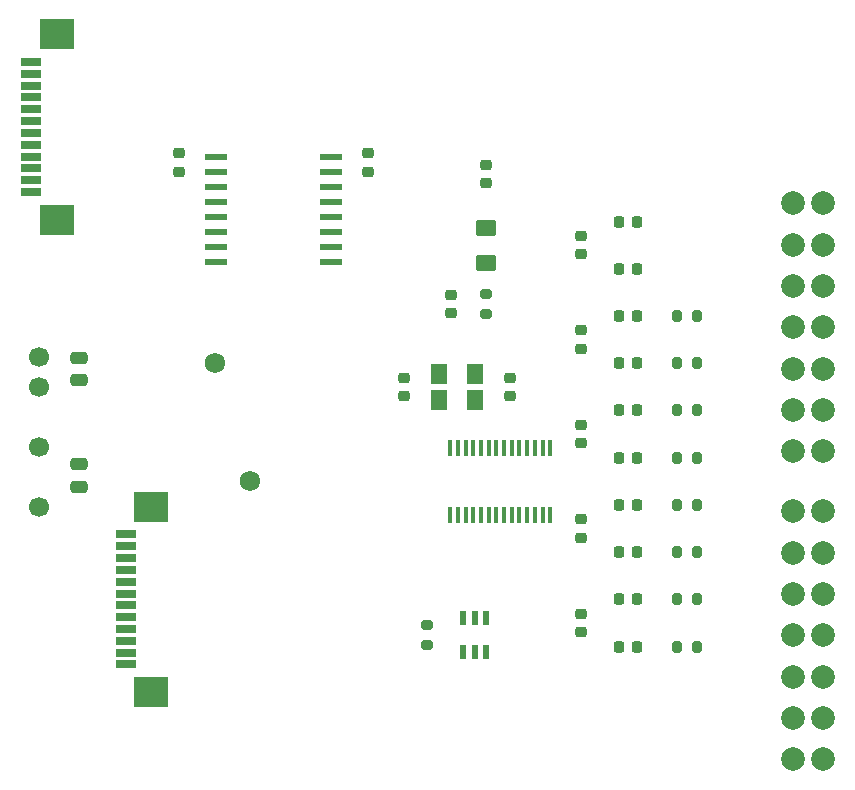
<source format=gbr>
%TF.GenerationSoftware,KiCad,Pcbnew,9.0.1*%
%TF.CreationDate,2025-04-28T13:09:30+03:00*%
%TF.ProjectId,PM_CNV-AI4_W,504d5f43-4e56-42d4-9149-345f572e6b69,rev?*%
%TF.SameCoordinates,Original*%
%TF.FileFunction,Soldermask,Top*%
%TF.FilePolarity,Negative*%
%FSLAX46Y46*%
G04 Gerber Fmt 4.6, Leading zero omitted, Abs format (unit mm)*
G04 Created by KiCad (PCBNEW 9.0.1) date 2025-04-28 13:09:30*
%MOMM*%
%LPD*%
G01*
G04 APERTURE LIST*
G04 Aperture macros list*
%AMRoundRect*
0 Rectangle with rounded corners*
0 $1 Rounding radius*
0 $2 $3 $4 $5 $6 $7 $8 $9 X,Y pos of 4 corners*
0 Add a 4 corners polygon primitive as box body*
4,1,4,$2,$3,$4,$5,$6,$7,$8,$9,$2,$3,0*
0 Add four circle primitives for the rounded corners*
1,1,$1+$1,$2,$3*
1,1,$1+$1,$4,$5*
1,1,$1+$1,$6,$7*
1,1,$1+$1,$8,$9*
0 Add four rect primitives between the rounded corners*
20,1,$1+$1,$2,$3,$4,$5,0*
20,1,$1+$1,$4,$5,$6,$7,0*
20,1,$1+$1,$6,$7,$8,$9,0*
20,1,$1+$1,$8,$9,$2,$3,0*%
G04 Aperture macros list end*
%ADD10RoundRect,0.200000X-0.200000X-0.275000X0.200000X-0.275000X0.200000X0.275000X-0.200000X0.275000X0*%
%ADD11RoundRect,0.225000X0.225000X0.250000X-0.225000X0.250000X-0.225000X-0.250000X0.225000X-0.250000X0*%
%ADD12RoundRect,0.225000X0.250000X-0.225000X0.250000X0.225000X-0.250000X0.225000X-0.250000X-0.225000X0*%
%ADD13C,2.000000*%
%ADD14C,1.725000*%
%ADD15RoundRect,0.200000X-0.275000X0.200000X-0.275000X-0.200000X0.275000X-0.200000X0.275000X0.200000X0*%
%ADD16RoundRect,0.250001X0.624999X-0.462499X0.624999X0.462499X-0.624999X0.462499X-0.624999X-0.462499X0*%
%ADD17R,1.803400X0.635000*%
%ADD18R,2.997200X2.590800*%
%ADD19RoundRect,0.200000X0.275000X-0.200000X0.275000X0.200000X-0.275000X0.200000X-0.275000X-0.200000X0*%
%ADD20R,1.397000X1.738275*%
%ADD21R,1.854200X0.482600*%
%ADD22RoundRect,0.250000X0.475000X-0.250000X0.475000X0.250000X-0.475000X0.250000X-0.475000X-0.250000X0*%
%ADD23R,0.558800X1.181100*%
%ADD24C,1.700000*%
%ADD25R,0.355600X1.473200*%
%ADD26RoundRect,0.250000X-0.475000X0.250000X-0.475000X-0.250000X0.475000X-0.250000X0.475000X0.250000X0*%
%ADD27RoundRect,0.225000X-0.250000X0.225000X-0.250000X-0.225000X0.250000X-0.225000X0.250000X0.225000X0*%
G04 APERTURE END LIST*
D10*
%TO.C,R5*%
X21175000Y6000000D03*
X22825000Y6000000D03*
%TD*%
%TO.C,R9*%
X21175000Y-10000000D03*
X22825000Y-10000000D03*
%TD*%
D11*
%TO.C,C20*%
X17775000Y14000000D03*
X16225000Y14000000D03*
%TD*%
%TO.C,C21*%
X17775000Y10000000D03*
X16225000Y10000000D03*
%TD*%
D12*
%TO.C,C9*%
X2000000Y14225000D03*
X2000000Y15775000D03*
%TD*%
%TO.C,C17*%
X13000000Y-12775000D03*
X13000000Y-11225000D03*
%TD*%
D13*
%TO.C,J3*%
X31000000Y2540000D03*
X31000000Y6040000D03*
X31000000Y9540000D03*
X31000000Y13040000D03*
X31000000Y16540000D03*
X31000000Y20040000D03*
X31000000Y23540000D03*
X33500000Y2540000D03*
X33500000Y6040000D03*
X33500000Y9540000D03*
X33500000Y13040000D03*
X33500000Y16540000D03*
X33500000Y20040000D03*
X33500000Y23540000D03*
%TD*%
D12*
%TO.C,C14*%
X13000000Y11225000D03*
X13000000Y12775000D03*
%TD*%
D11*
%TO.C,C19*%
X17775000Y18000000D03*
X16225000Y18000000D03*
%TD*%
D12*
%TO.C,C15*%
X13000000Y3225000D03*
X13000000Y4775000D03*
%TD*%
D11*
%TO.C,C18*%
X17775000Y22000000D03*
X16225000Y22000000D03*
%TD*%
D14*
%TO.C,U3*%
X-15000000Y0D03*
%TD*%
D15*
%TO.C,R2*%
X5000000Y15825000D03*
X5000000Y14175000D03*
%TD*%
D11*
%TO.C,C25*%
X17775000Y-6000000D03*
X16225000Y-6000000D03*
%TD*%
D14*
%TO.C,U2*%
X-18000000Y10000000D03*
%TD*%
D10*
%TO.C,R4*%
X21175000Y10000000D03*
X22825000Y10000000D03*
%TD*%
D11*
%TO.C,C23*%
X17775000Y2000000D03*
X16225000Y2000000D03*
%TD*%
D12*
%TO.C,C7*%
X-2000000Y7225000D03*
X-2000000Y8775000D03*
%TD*%
D16*
%TO.C,L1*%
X5000000Y18512500D03*
X5000000Y21487500D03*
%TD*%
D13*
%TO.C,J4*%
X31000000Y-23540000D03*
X31000000Y-20040000D03*
X31000000Y-16540000D03*
X31000000Y-13040000D03*
X31000000Y-9540000D03*
X31000000Y-6040000D03*
X31000000Y-2540000D03*
X33500000Y-23540000D03*
X33500000Y-20040000D03*
X33500000Y-16540000D03*
X33500000Y-13040000D03*
X33500000Y-9540000D03*
X33500000Y-6040000D03*
X33500000Y-2540000D03*
%TD*%
D17*
%TO.C,J2*%
X-25556000Y-15499992D03*
X-25556000Y-14499994D03*
X-25556000Y-13499996D03*
X-25556000Y-12499998D03*
X-25556000Y-11500000D03*
X-25556000Y-10500000D03*
X-25556000Y-9500000D03*
X-25556000Y-8500000D03*
X-25556000Y-7500002D03*
X-25556000Y-6500004D03*
X-25556000Y-5500006D03*
X-25556000Y-4500008D03*
D18*
X-23385999Y-17850003D03*
X-23385999Y-2149997D03*
%TD*%
D19*
%TO.C,R1*%
X0Y-13825000D03*
X0Y-12175000D03*
%TD*%
D20*
%TO.C,C8*%
X1000000Y6913337D03*
X1000000Y9086663D03*
%TD*%
D11*
%TO.C,C24*%
X17775000Y-2000000D03*
X16225000Y-2000000D03*
%TD*%
D21*
%TO.C,U5*%
X-17876800Y27445000D03*
X-17876800Y26175000D03*
X-17876800Y24905000D03*
X-17876800Y23635000D03*
X-17876800Y22365000D03*
X-17876800Y21095000D03*
X-17876800Y19825000D03*
X-17876800Y18555000D03*
X-8123200Y18555000D03*
X-8123200Y19825000D03*
X-8123200Y21095000D03*
X-8123200Y22365000D03*
X-8123200Y23635000D03*
X-8123200Y24905000D03*
X-8123200Y26175000D03*
X-8123200Y27445000D03*
%TD*%
D12*
%TO.C,C16*%
X13000000Y-4775000D03*
X13000000Y-3225000D03*
%TD*%
D22*
%TO.C,C2*%
X-29500000Y-450000D03*
X-29500000Y1450000D03*
%TD*%
D23*
%TO.C,U6*%
X4950001Y-11533150D03*
X4000000Y-11533150D03*
X3049999Y-11533150D03*
X3049999Y-14466850D03*
X4000000Y-14466850D03*
X4950001Y-14466850D03*
%TD*%
D11*
%TO.C,C27*%
X17775000Y-14000000D03*
X16225000Y-14000000D03*
%TD*%
D12*
%TO.C,C11*%
X5000000Y25225000D03*
X5000000Y26775000D03*
%TD*%
D24*
%TO.C,PS1*%
X-32875000Y10540000D03*
X-32875000Y8000000D03*
X-32875000Y2920000D03*
X-32875000Y-2160000D03*
%TD*%
D25*
%TO.C,U7*%
X1950000Y-2819400D03*
X2600001Y-2819400D03*
X3250000Y-2819400D03*
X3900001Y-2819400D03*
X4549999Y-2819400D03*
X5200001Y-2819400D03*
X5849999Y-2819400D03*
X6499998Y-2819400D03*
X7149999Y-2819400D03*
X7799998Y-2819400D03*
X8449999Y-2819400D03*
X9099998Y-2819400D03*
X9749999Y-2819400D03*
X10399998Y-2819400D03*
X10400000Y2819400D03*
X9749999Y2819400D03*
X9100000Y2819400D03*
X8449999Y2819400D03*
X7800001Y2819400D03*
X7149999Y2819400D03*
X6500001Y2819400D03*
X5849999Y2819400D03*
X5200001Y2819400D03*
X4549999Y2819400D03*
X3900001Y2819400D03*
X3250000Y2819400D03*
X2600001Y2819400D03*
X1950000Y2819400D03*
%TD*%
D26*
%TO.C,C1*%
X-29500000Y10450000D03*
X-29500000Y8550000D03*
%TD*%
D12*
%TO.C,C12*%
X7000000Y7225000D03*
X7000000Y8775000D03*
%TD*%
D10*
%TO.C,R7*%
X21175000Y-2000000D03*
X22825000Y-2000000D03*
%TD*%
D17*
%TO.C,J1*%
X-33556000Y24500008D03*
X-33556000Y25500006D03*
X-33556000Y26500004D03*
X-33556000Y27500002D03*
X-33556000Y28500000D03*
X-33556000Y29500000D03*
X-33556000Y30500000D03*
X-33556000Y31500000D03*
X-33556000Y32499998D03*
X-33556000Y33499996D03*
X-33556000Y34499994D03*
X-33556000Y35499992D03*
D18*
X-31385999Y22149997D03*
X-31385999Y37850003D03*
%TD*%
D12*
%TO.C,C13*%
X13000000Y19225000D03*
X13000000Y20775000D03*
%TD*%
D11*
%TO.C,C26*%
X17775000Y-10000000D03*
X16225000Y-10000000D03*
%TD*%
D10*
%TO.C,R3*%
X21175000Y14000000D03*
X22825000Y14000000D03*
%TD*%
D11*
%TO.C,C22*%
X17775000Y6000000D03*
X16225000Y6000000D03*
%TD*%
D10*
%TO.C,R8*%
X21175000Y-6000000D03*
X22825000Y-6000000D03*
%TD*%
D20*
%TO.C,C10*%
X4000000Y6913337D03*
X4000000Y9086663D03*
%TD*%
D12*
%TO.C,C5*%
X-5000000Y26225000D03*
X-5000000Y27775000D03*
%TD*%
D27*
%TO.C,C3*%
X-21000000Y27775000D03*
X-21000000Y26225000D03*
%TD*%
D10*
%TO.C,R6*%
X21175000Y2000000D03*
X22825000Y2000000D03*
%TD*%
%TO.C,R10*%
X21175000Y-14000000D03*
X22825000Y-14000000D03*
%TD*%
M02*

</source>
